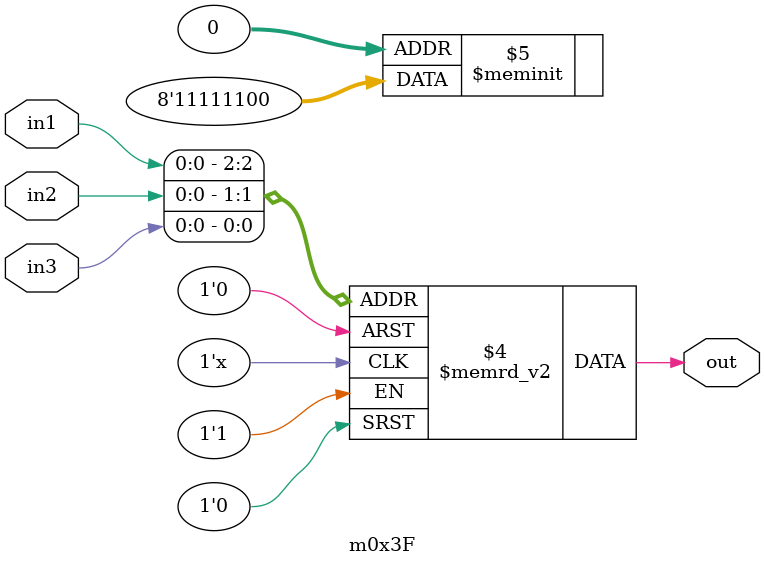
<source format=v>
module m0x3F(output out, input in1, in2, in3);

   always @(in1, in2, in3)
     begin
        case({in1, in2, in3})
          3'b000: {out} = 1'b0;
          3'b001: {out} = 1'b0;
          3'b010: {out} = 1'b1;
          3'b011: {out} = 1'b1;
          3'b100: {out} = 1'b1;
          3'b101: {out} = 1'b1;
          3'b110: {out} = 1'b1;
          3'b111: {out} = 1'b1;
        endcase // case ({in1, in2, in3})
     end // always @ (in1, in2, in3)

endmodule // m0x3F
</source>
